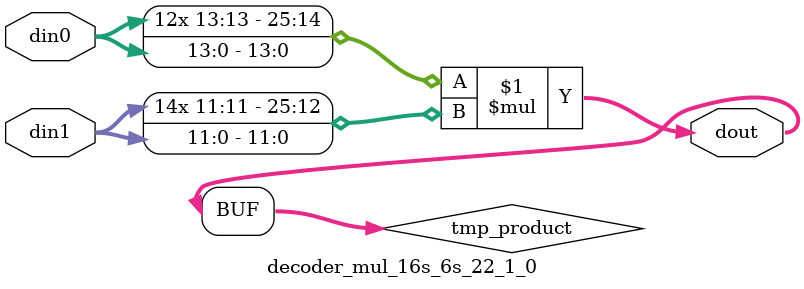
<source format=v>

`timescale 1 ns / 1 ps

 module decoder_mul_16s_6s_22_1_0(din0, din1, dout);
parameter ID = 1;
parameter NUM_STAGE = 0;
parameter din0_WIDTH = 14;
parameter din1_WIDTH = 12;
parameter dout_WIDTH = 26;

input [din0_WIDTH - 1 : 0] din0; 
input [din1_WIDTH - 1 : 0] din1; 
output [dout_WIDTH - 1 : 0] dout;

wire signed [dout_WIDTH - 1 : 0] tmp_product;



























assign tmp_product = $signed(din0) * $signed(din1);








assign dout = tmp_product;





















endmodule

</source>
